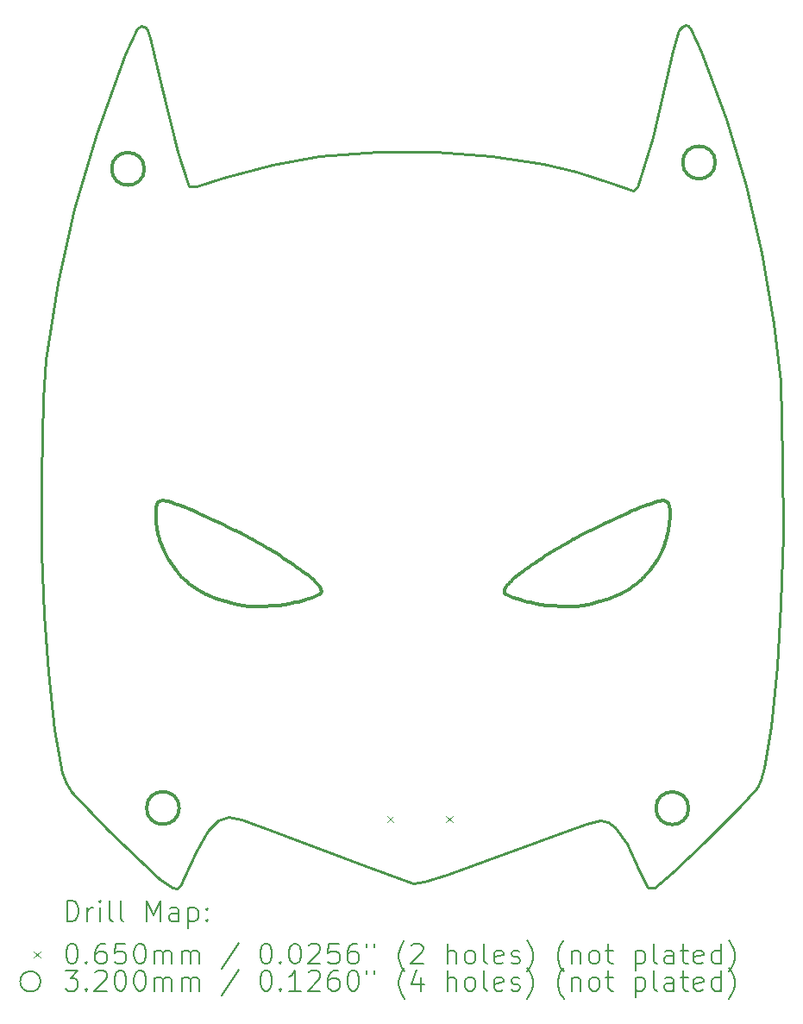
<source format=gbr>
%TF.GenerationSoftware,KiCad,Pcbnew,9.0.2*%
%TF.CreationDate,2025-08-29T22:08:27+05:30*%
%TF.ProjectId,4 SRA,34205352-412e-46b6-9963-61645f706362,rev?*%
%TF.SameCoordinates,Original*%
%TF.FileFunction,Drillmap*%
%TF.FilePolarity,Positive*%
%FSLAX45Y45*%
G04 Gerber Fmt 4.5, Leading zero omitted, Abs format (unit mm)*
G04 Created by KiCad (PCBNEW 9.0.2) date 2025-08-29 22:08:27*
%MOMM*%
%LPD*%
G01*
G04 APERTURE LIST*
%ADD10C,0.300000*%
%ADD11C,0.220000*%
%ADD12C,0.200000*%
%ADD13C,0.100000*%
%ADD14C,0.320000*%
G04 APERTURE END LIST*
D10*
X13031000Y-10604000D02*
X13014000Y-10595500D01*
X16935500Y-11384000D02*
X16911500Y-11392000D01*
X16821500Y-10681000D02*
X16838500Y-10673000D01*
X13458000Y-11462000D02*
X13495000Y-11462000D01*
D11*
X15232325Y-7002745D02*
X14662989Y-7004461D01*
D10*
X13109000Y-10640000D02*
X13088000Y-10630000D01*
X17204500Y-11239000D02*
X17184500Y-11255000D01*
X15941500Y-11355000D02*
X15926500Y-11348000D01*
D11*
X13581465Y-13645069D02*
X14569317Y-14022763D01*
D10*
X12501000Y-10449000D02*
X12497000Y-10457000D01*
X13512000Y-11462000D02*
X13545000Y-11462000D01*
X16439500Y-10886000D02*
X16453500Y-10877000D01*
D11*
X11904610Y-6819269D02*
X11686114Y-7558332D01*
D10*
X16774500Y-10705000D02*
X16788500Y-10698000D01*
X12977000Y-10579000D02*
X12959000Y-10571000D01*
X12830000Y-10514000D02*
X12806000Y-10505000D01*
X14095000Y-11342000D02*
X14103000Y-11334000D01*
X14055000Y-11226000D02*
X14042000Y-11213000D01*
X12492000Y-10673000D02*
X12494000Y-10690000D01*
X13175000Y-10673000D02*
X13160000Y-10666000D01*
X16629500Y-11461000D02*
X16617500Y-11461000D01*
X16035500Y-11390000D02*
X16020500Y-11385000D01*
X17016500Y-10588000D02*
X17036500Y-10579000D01*
X13176000Y-11415000D02*
X13198000Y-11421000D01*
X12592000Y-10429000D02*
X12576000Y-10426000D01*
X12506000Y-10442000D02*
X12501000Y-10449000D01*
X15908500Y-11296000D02*
X15911500Y-11288000D01*
X12787000Y-11220000D02*
X12809000Y-11239000D01*
D11*
X13096348Y-13566005D02*
X13197754Y-13529267D01*
D10*
X12503000Y-10741000D02*
X12506000Y-10751000D01*
X16185500Y-11430000D02*
X16160500Y-11424000D01*
X16973500Y-11370000D02*
X16960500Y-11375000D01*
X13545000Y-11462000D02*
X13572000Y-11460000D01*
X13791000Y-11437000D02*
X13828000Y-11430000D01*
X13458000Y-10818000D02*
X13447000Y-10812000D01*
X16855500Y-11410000D02*
X16837500Y-11415000D01*
D11*
X11362559Y-10183507D02*
X11363848Y-10926652D01*
D10*
X16512500Y-10842000D02*
X16541500Y-10826000D01*
D11*
X17683262Y-5757081D02*
X17648028Y-5768897D01*
D10*
X13302000Y-10736000D02*
X13286000Y-10728000D01*
D11*
X18431780Y-7992533D02*
X18276018Y-7332747D01*
X18213712Y-13433235D02*
X18386875Y-13242883D01*
D10*
X17289500Y-11160000D02*
X17277500Y-11173000D01*
D11*
X17561446Y-6011456D02*
X17360137Y-6856222D01*
D10*
X16644500Y-10772000D02*
X16662500Y-10762000D01*
X16661500Y-11456000D02*
X16629500Y-11461000D01*
D11*
X16712813Y-13593721D02*
X16843009Y-13562138D01*
D10*
X12998000Y-11353000D02*
X13023000Y-11363000D01*
X13396000Y-11461000D02*
X13430000Y-11462000D01*
X16555500Y-10818000D02*
X16566500Y-10812000D01*
X13053000Y-11375000D02*
X13078000Y-11384000D01*
X16465500Y-10869000D02*
X16480500Y-10860000D01*
X17516500Y-10714000D02*
X17514500Y-10727000D01*
X17523500Y-10657000D02*
X17521500Y-10673000D01*
X16815500Y-11421000D02*
X16789500Y-11428000D01*
X13049000Y-10612000D02*
X13031000Y-10604000D01*
D11*
X18276018Y-7332747D02*
X18078577Y-6681985D01*
D10*
X12483000Y-10576000D02*
X12490000Y-10657000D01*
D11*
X16284630Y-7115752D02*
X15779102Y-7040127D01*
D10*
X12483000Y-10563000D02*
X12483000Y-10576000D01*
X16264500Y-11444000D02*
X16222500Y-11437000D01*
X13651000Y-10932000D02*
X13633000Y-10921000D01*
X16759500Y-11436000D02*
X16724500Y-11445000D01*
X16898500Y-11396000D02*
X16883500Y-11401000D01*
X17319500Y-11126000D02*
X17305500Y-11142000D01*
X12512000Y-10774000D02*
X12516000Y-10791000D01*
X16409500Y-11458000D02*
X16383500Y-11456000D01*
X12997000Y-10588000D02*
X12977000Y-10579000D01*
D11*
X11383614Y-11548410D02*
X11424649Y-12109796D01*
D10*
X17507500Y-10442000D02*
X17512500Y-10449000D01*
X13352000Y-11456000D02*
X13384000Y-11461000D01*
X17497500Y-10791000D02*
X17493500Y-10807000D01*
X17343500Y-10454000D02*
X17384500Y-10439000D01*
D11*
X11561719Y-13094211D02*
X11601680Y-13200128D01*
D10*
X12643000Y-11060000D02*
X12603000Y-10999000D01*
X12921000Y-10555000D02*
X12898000Y-10545000D01*
X13198000Y-11421000D02*
X13224000Y-11428000D01*
D11*
X15343614Y-14096669D02*
X16498614Y-13673857D01*
D10*
X12516000Y-10791000D02*
X12520000Y-10807000D01*
X16925500Y-10630000D02*
X16945500Y-10621000D01*
D11*
X15010391Y-14177236D02*
X15119317Y-14164560D01*
D10*
X13495000Y-11462000D02*
X13512000Y-11462000D01*
X13130000Y-11401000D02*
X13144000Y-11406000D01*
X13158000Y-11410000D02*
X13176000Y-11415000D01*
X12499000Y-10727000D02*
X12503000Y-10741000D01*
D11*
X18424903Y-13161672D02*
X18456270Y-13048880D01*
D10*
X17453500Y-10915000D02*
X17410500Y-10999000D01*
X13691000Y-11450000D02*
X13749000Y-11444000D01*
X17322500Y-10462000D02*
X17343500Y-10454000D01*
X14068000Y-11239000D02*
X14055000Y-11226000D01*
X13560000Y-10877000D02*
X13548000Y-10869000D01*
X14109000Y-11311000D02*
X14107000Y-11303000D01*
X16006500Y-11380000D02*
X15992500Y-11375000D01*
X12490000Y-10657000D02*
X12492000Y-10673000D01*
X13129000Y-10650000D02*
X13109000Y-10640000D01*
X16631500Y-10779000D02*
X16644500Y-10772000D01*
D11*
X16950000Y-7305030D02*
X16613125Y-7193741D01*
D10*
X13210000Y-10690000D02*
X13192000Y-10681000D01*
X15958500Y-11226000D02*
X15971500Y-11213000D01*
D11*
X17376895Y-14223431D02*
X17549844Y-14077552D01*
D10*
X17507500Y-10751000D02*
X17501500Y-10774000D01*
D11*
X11405313Y-9039250D02*
X11374590Y-9422102D01*
D10*
X12643000Y-11060000D02*
X12686000Y-11116000D01*
X13574000Y-10886000D02*
X13560000Y-10877000D01*
X12694000Y-11126000D02*
X12708000Y-11142000D01*
X13749000Y-11444000D02*
X13791000Y-11437000D01*
X16222500Y-11437000D02*
X16185500Y-11430000D01*
X12806000Y-10505000D02*
X12774000Y-10493000D01*
X13351000Y-10762000D02*
X13336000Y-10754000D01*
D11*
X17618594Y-5809718D02*
X17561446Y-6011456D01*
X12873555Y-13872803D02*
X12994727Y-13666767D01*
X17648028Y-5768897D02*
X17618594Y-5809718D01*
D10*
X12745000Y-10482000D02*
X12724000Y-10474000D01*
D11*
X12994727Y-13666767D02*
X13096348Y-13566005D01*
D10*
X16884500Y-10650000D02*
X16904500Y-10640000D01*
X17530500Y-10576000D02*
X17523500Y-10657000D01*
D11*
X12381348Y-5779641D02*
X12341387Y-5762239D01*
D10*
X12483000Y-10519000D02*
X12483000Y-10540000D01*
X13501000Y-10842000D02*
X13472000Y-10826000D01*
X14007000Y-11380000D02*
X14021000Y-11375000D01*
X17207500Y-10505000D02*
X17239500Y-10493000D01*
X17516500Y-10457000D02*
X17521500Y-10469000D01*
X12520000Y-10807000D02*
X12543000Y-10873000D01*
X16566500Y-10812000D02*
X16578500Y-10806000D01*
X13336000Y-10754000D02*
X13323000Y-10747000D01*
X12560000Y-10915000D02*
X12603000Y-10999000D01*
X13589000Y-10895000D02*
X13574000Y-10886000D01*
X13430000Y-11462000D02*
X13458000Y-11462000D01*
X17264500Y-11186000D02*
X17249500Y-11200000D01*
X15911500Y-11288000D02*
X15917500Y-11277000D01*
X17075500Y-10562000D02*
X17092500Y-10555000D01*
X17370500Y-11060000D02*
X17327500Y-11116000D01*
X12489000Y-10480000D02*
X12487000Y-10490000D01*
X17308500Y-10467000D02*
X17322500Y-10462000D01*
D11*
X15779102Y-7040127D02*
X15232325Y-7002745D01*
X16613125Y-7193741D02*
X16284630Y-7115752D01*
D10*
X12691000Y-10462000D02*
X12670000Y-10454000D01*
X16112500Y-11101000D02*
X16127500Y-11090000D01*
D11*
X13321934Y-13557197D02*
X13581465Y-13645069D01*
D10*
X15922500Y-11270000D02*
X15931500Y-11255000D01*
X14107000Y-11303000D02*
X14105000Y-11296000D01*
X16588500Y-10801000D02*
X16602500Y-10794000D01*
X16127500Y-11090000D02*
X16152500Y-11072000D01*
X16322500Y-11450000D02*
X16264500Y-11444000D01*
X16308500Y-10966000D02*
X16336500Y-10949000D01*
X12492000Y-10469000D02*
X12489000Y-10480000D01*
X16711500Y-10736000D02*
X16727500Y-10728000D01*
X17530500Y-10540000D02*
X17530500Y-10563000D01*
X16468500Y-11462000D02*
X16441500Y-11460000D01*
X17036500Y-10579000D02*
X17054500Y-10571000D01*
D11*
X18613108Y-9255599D02*
X18551018Y-8681536D01*
D10*
X17239500Y-10493000D02*
X17268500Y-10482000D01*
X13102000Y-11392000D02*
X13115000Y-11396000D01*
X17530500Y-10519000D02*
X17530500Y-10540000D01*
D11*
X17171505Y-7378292D02*
X16950000Y-7305030D01*
D10*
X16911500Y-11392000D02*
X16898500Y-11396000D01*
X13286000Y-10728000D02*
X13272000Y-10721000D01*
X12483000Y-10540000D02*
X12483000Y-10563000D01*
X16237500Y-11012000D02*
X16278500Y-10985000D01*
X17226500Y-11220000D02*
X17204500Y-11239000D01*
D11*
X12300782Y-5792746D02*
X12185196Y-6043039D01*
D10*
X12948000Y-11329000D02*
X12970000Y-11340000D01*
X15926500Y-11348000D02*
X15918500Y-11342000D01*
D11*
X12401973Y-5807571D02*
X12381348Y-5779641D01*
D10*
X17492500Y-10430000D02*
X17502500Y-10436000D01*
X17521500Y-10469000D02*
X17524500Y-10480000D01*
X13411000Y-10794000D02*
X13394000Y-10785000D01*
X13225000Y-10698000D02*
X13210000Y-10690000D01*
X17526500Y-10490000D02*
X17528500Y-10505000D01*
X16741500Y-10721000D02*
X16755500Y-10714000D01*
X13384000Y-11461000D02*
X13396000Y-11461000D01*
X14103000Y-11334000D02*
X14107000Y-11326000D01*
D11*
X13631739Y-7123700D02*
X13143399Y-7257548D01*
D10*
X12521000Y-10430000D02*
X12511000Y-10436000D01*
D11*
X17212539Y-7344131D02*
X17171505Y-7378292D01*
D10*
X16030500Y-11162000D02*
X16068500Y-11134000D01*
X12542000Y-10424000D02*
X12532000Y-10426000D01*
X13604000Y-11458000D02*
X13630000Y-11456000D01*
X16441500Y-11460000D02*
X16409500Y-11458000D01*
X13040000Y-11370000D02*
X13053000Y-11375000D01*
X13014000Y-10595500D02*
X12997000Y-10588000D01*
X13993000Y-11385000D02*
X14007000Y-11380000D01*
X17029500Y-11347000D02*
X17015500Y-11353000D01*
X12487000Y-10490000D02*
X12485000Y-10505000D01*
X13646000Y-11454000D02*
X13691000Y-11450000D01*
X17184500Y-11255000D02*
X17162500Y-11271000D01*
D11*
X17710765Y-5763958D02*
X17683262Y-5757081D01*
D10*
X13548000Y-10869000D02*
X13533000Y-10860000D01*
X13921000Y-11116000D02*
X13901000Y-11101000D01*
D11*
X17111563Y-13795029D02*
X17229512Y-14053486D01*
D10*
X14091000Y-11270000D02*
X14082000Y-11255000D01*
D11*
X17312657Y-14218701D02*
X17376895Y-14223431D01*
X12341387Y-5762239D02*
X12300782Y-5792746D01*
D10*
X17054500Y-10571000D02*
X17075500Y-10562000D01*
X13735000Y-10985000D02*
X13705000Y-10966000D01*
X13930000Y-11404000D02*
X13957000Y-11396000D01*
X17097500Y-11311000D02*
X17085500Y-11319000D01*
X14013000Y-11186000D02*
X13983000Y-11162000D01*
X16690500Y-10747000D02*
X16711500Y-10736000D01*
X13901000Y-11101000D02*
X13886000Y-11090000D01*
X13776000Y-11012000D02*
X13735000Y-10985000D01*
D11*
X13143399Y-7257548D02*
X12883653Y-7336610D01*
X11658399Y-13286496D02*
X12016329Y-13653449D01*
D10*
X12705000Y-10467000D02*
X12691000Y-10462000D01*
X13886000Y-11090000D02*
X13861000Y-11072000D01*
X12774000Y-10493000D02*
X12745000Y-10482000D01*
X16602500Y-10794000D02*
X16619500Y-10785000D01*
D11*
X14662989Y-7004461D02*
X14089786Y-7045711D01*
D10*
X16501500Y-11462000D02*
X16468500Y-11462000D01*
D11*
X12699532Y-7002961D02*
X12543985Y-6384855D01*
D10*
X12686000Y-11116000D02*
X12694000Y-11126000D01*
X13843000Y-11059000D02*
X13812000Y-11037000D01*
X12724000Y-11160000D02*
X12736000Y-11173000D01*
X16336500Y-10949000D02*
X16362500Y-10932000D01*
X12601000Y-10431000D02*
X12592000Y-10429000D01*
D11*
X14569317Y-14022763D02*
X15010391Y-14177236D01*
D10*
X16402500Y-10908000D02*
X16424500Y-10895000D01*
X16964500Y-10612000D02*
X16982500Y-10604000D01*
X14032000Y-11204000D02*
X14013000Y-11186000D01*
D11*
X11374590Y-9422102D02*
X11362559Y-10183507D01*
X11424649Y-12109796D02*
X11490176Y-12670753D01*
D10*
X16424500Y-10895000D02*
X16439500Y-10886000D01*
D11*
X18386875Y-13242883D02*
X18424903Y-13161672D01*
D10*
X16083500Y-11404000D02*
X16056500Y-11396000D01*
X17524500Y-10480000D02*
X17526500Y-10490000D01*
X15910500Y-11334000D02*
X15906500Y-11326000D01*
X14102000Y-11288000D02*
X14096000Y-11277000D01*
D11*
X16924864Y-13576103D02*
X16994259Y-13632607D01*
D10*
X12898000Y-10545000D02*
X12860000Y-10527000D01*
X12860000Y-10527000D02*
X12830000Y-10514000D01*
D11*
X11363848Y-10926652D02*
X11383614Y-11548410D01*
X12764414Y-14109346D02*
X12873555Y-13872803D01*
D10*
X12851000Y-11271000D02*
X12873000Y-11286000D01*
X17493500Y-10807000D02*
X17470500Y-10873000D01*
X16380500Y-10921000D02*
X16402500Y-10908000D01*
D11*
X11601680Y-13200128D02*
X11658399Y-13286496D01*
D10*
X13078000Y-11384000D02*
X13102000Y-11392000D01*
X16367500Y-11454000D02*
X16322500Y-11450000D01*
X16518500Y-11462000D02*
X16501500Y-11462000D01*
X17512500Y-10449000D02*
X17516500Y-10457000D01*
X17115500Y-10545000D02*
X17153500Y-10527000D01*
D11*
X12807168Y-7338117D02*
X12699532Y-7002961D01*
D10*
X12708000Y-11142000D02*
X12724000Y-11160000D01*
X13861000Y-11072000D02*
X13843000Y-11059000D01*
X16803500Y-10690000D02*
X16821500Y-10681000D01*
D11*
X17737620Y-5797474D02*
X17710765Y-5763958D01*
D10*
X12564000Y-10423000D02*
X12553000Y-10423000D01*
D11*
X18580020Y-12058235D02*
X18619552Y-11437552D01*
D10*
X16617500Y-11461000D02*
X16583500Y-11462000D01*
X13983000Y-11162000D02*
X13945000Y-11134000D01*
X15971500Y-11213000D02*
X15981500Y-11204000D01*
X13978000Y-11390000D02*
X13993000Y-11385000D01*
X13633000Y-10921000D02*
X13611000Y-10908000D01*
X13957000Y-11396000D02*
X13978000Y-11390000D01*
X13677000Y-10949000D02*
X13651000Y-10932000D01*
X17249500Y-11200000D02*
X17226500Y-11220000D01*
X14087000Y-11348000D02*
X14095000Y-11342000D01*
D11*
X12543985Y-6384855D02*
X12426895Y-5883839D01*
D10*
X13572000Y-11460000D02*
X13604000Y-11458000D01*
X17370500Y-11060000D02*
X17410500Y-10999000D01*
X13435000Y-10806000D02*
X13425000Y-10801000D01*
X16904500Y-10640000D02*
X16925500Y-10630000D01*
X14072000Y-11355000D02*
X14087000Y-11348000D01*
X13517000Y-10851000D02*
X13501000Y-10842000D01*
X17460500Y-10423000D02*
X17471500Y-10424000D01*
X16020500Y-11385000D02*
X16006500Y-11380000D01*
X13705000Y-10966000D02*
X13677000Y-10949000D01*
X13853000Y-11424000D02*
X13881000Y-11417000D01*
X15981500Y-11204000D02*
X16000500Y-11186000D01*
X13239000Y-10705000D02*
X13225000Y-10698000D01*
X17501500Y-10774000D02*
X17497500Y-10791000D01*
X16999500Y-10595500D02*
X17016500Y-10588000D01*
X12553000Y-10423000D02*
X12542000Y-10424000D01*
X16677500Y-10754000D02*
X16690500Y-10747000D01*
D11*
X12523789Y-14137492D02*
X12646895Y-14223430D01*
D10*
X15917500Y-11277000D02*
X15922500Y-11270000D01*
X13828000Y-11430000D02*
X13853000Y-11424000D01*
X16068500Y-11134000D02*
X16092500Y-11116000D01*
D11*
X18078577Y-6681985D02*
X17833655Y-6019408D01*
D10*
X17065500Y-11329000D02*
X17043500Y-11340000D01*
X12511000Y-10436000D02*
X12506000Y-10442000D01*
X14107000Y-11326000D02*
X14109000Y-11318000D01*
D11*
X17229512Y-14053486D02*
X17312657Y-14218701D01*
X12426895Y-5883839D02*
X12401973Y-5807571D01*
D10*
X14105000Y-11296000D02*
X14102000Y-11288000D01*
X13630000Y-11456000D02*
X13646000Y-11454000D01*
X16152500Y-11072000D02*
X16170500Y-11059000D01*
X13447000Y-10812000D02*
X13435000Y-10806000D01*
X16278500Y-10985000D02*
X16308500Y-10966000D01*
D11*
X12016329Y-13653449D02*
X12523789Y-14137492D01*
D10*
X12984000Y-11347000D02*
X12998000Y-11353000D01*
X12959000Y-10571000D02*
X12938000Y-10562000D01*
X12916000Y-11311000D02*
X12928000Y-11319000D01*
X13472000Y-10826000D02*
X13458000Y-10818000D01*
X13289000Y-11445000D02*
X13305000Y-11448000D01*
X14082000Y-11255000D02*
X14068000Y-11239000D01*
X16362500Y-10932000D02*
X16380500Y-10921000D01*
X12970000Y-11340000D02*
X12984000Y-11347000D01*
X14042000Y-11213000D02*
X14032000Y-11204000D01*
X17305500Y-11142000D02*
X17289500Y-11160000D01*
X12532000Y-10426000D02*
X12521000Y-10430000D01*
X17043500Y-11340000D02*
X17029500Y-11347000D01*
D11*
X11490176Y-12670753D02*
X11561719Y-13094211D01*
D10*
X15904500Y-11318000D02*
X15904500Y-11311000D01*
D11*
X12719297Y-14208819D02*
X12764414Y-14109346D01*
X18456270Y-13048880D02*
X18519434Y-12638743D01*
D10*
X12494000Y-10690000D02*
X12497000Y-10714000D01*
X16170500Y-11059000D02*
X16201500Y-11037000D01*
X17114500Y-11301000D02*
X17097500Y-11311000D01*
X16056500Y-11396000D02*
X16035500Y-11390000D01*
X15906500Y-11326000D02*
X15904500Y-11318000D01*
X17521500Y-10673000D02*
X17519500Y-10690000D01*
X13224000Y-11428000D02*
X13254000Y-11436000D01*
X16578500Y-10806000D02*
X16588500Y-10801000D01*
X16727500Y-10728000D02*
X16741500Y-10721000D01*
D11*
X17360137Y-6856222D02*
X17212539Y-7344131D01*
D10*
X13272000Y-10721000D02*
X13258000Y-10714000D01*
X17268500Y-10482000D02*
X17289500Y-10474000D01*
D11*
X16498614Y-13673857D02*
X16712813Y-13593721D01*
D10*
X15976500Y-11369000D02*
X15958500Y-11362000D01*
D11*
X11522188Y-8288801D02*
X11405313Y-9039250D01*
D10*
X17510500Y-10741000D02*
X17507500Y-10751000D01*
D11*
X16994259Y-13632607D02*
X17111563Y-13795029D01*
D10*
X15958500Y-11362000D02*
X15941500Y-11355000D01*
X14055000Y-11362000D02*
X14072000Y-11355000D01*
D11*
X18638243Y-10764017D02*
X18636956Y-10024740D01*
X16843009Y-13562138D02*
X16924864Y-13576103D01*
D10*
X16541500Y-10826000D02*
X16555500Y-10818000D01*
X12497000Y-10714000D02*
X12499000Y-10727000D01*
X12576000Y-10426000D02*
X12564000Y-10423000D01*
X13425000Y-10801000D02*
X13411000Y-10794000D01*
X17470500Y-10873000D02*
X17453500Y-10915000D01*
X17471500Y-10424000D02*
X17481500Y-10426000D01*
D11*
X11686114Y-7558332D02*
X11522188Y-8288801D01*
D10*
X17481500Y-10426000D02*
X17492500Y-10430000D01*
X14096000Y-11277000D02*
X14091000Y-11270000D01*
X13144000Y-11406000D02*
X13158000Y-11410000D01*
X16883500Y-11401000D02*
X16869500Y-11406000D01*
X16453500Y-10877000D02*
X16465500Y-10869000D01*
X16838500Y-10673000D02*
X16853500Y-10666000D01*
X16755500Y-10714000D02*
X16774500Y-10705000D01*
X12485000Y-10505000D02*
X12483000Y-10519000D01*
X13369000Y-10772000D02*
X13351000Y-10762000D01*
X13945000Y-11134000D02*
X13921000Y-11116000D01*
X16724500Y-11445000D02*
X16708500Y-11448000D01*
X13068000Y-10621000D02*
X13049000Y-10612000D01*
X14109000Y-11318000D02*
X14109000Y-11311000D01*
X17289500Y-10474000D02*
X17308500Y-10467000D01*
X14021000Y-11375000D02*
X14037000Y-11369000D01*
D11*
X12646895Y-14223430D02*
X12689004Y-14228369D01*
X18551018Y-8681536D02*
X18431780Y-7992533D01*
D10*
X16662500Y-10762000D02*
X16677500Y-10754000D01*
X12506000Y-10751000D02*
X12512000Y-10774000D01*
X15904500Y-11311000D02*
X15906500Y-11303000D01*
D11*
X17549844Y-14077552D02*
X17881778Y-13762806D01*
D10*
X17015500Y-11353000D02*
X16990500Y-11363000D01*
X17140500Y-11286000D02*
X17114500Y-11301000D01*
X16869500Y-11406000D02*
X16855500Y-11410000D01*
X16496500Y-10851000D02*
X16512500Y-10842000D01*
X13533000Y-10860000D02*
X13517000Y-10851000D01*
X17530500Y-10563000D02*
X17530500Y-10576000D01*
X17183500Y-10514000D02*
X17207500Y-10505000D01*
X17502500Y-10436000D02*
X17507500Y-10442000D01*
X13254000Y-11436000D02*
X13289000Y-11445000D01*
X16383500Y-11456000D02*
X16367500Y-11454000D01*
X17092500Y-10555000D02*
X17115500Y-10545000D01*
X12899000Y-11301000D02*
X12916000Y-11311000D01*
D11*
X15119317Y-14164560D02*
X15343614Y-14096669D01*
D10*
X16000500Y-11186000D02*
X16030500Y-11162000D01*
X12809000Y-11239000D02*
X12829000Y-11255000D01*
X16837500Y-11415000D02*
X16815500Y-11421000D01*
X13881000Y-11417000D02*
X13908000Y-11410000D01*
D11*
X18519434Y-12638743D02*
X18580020Y-12058235D01*
X14089786Y-7045711D02*
X13631739Y-7123700D01*
D10*
X17449500Y-10423000D02*
X17460500Y-10423000D01*
X16105500Y-11410000D02*
X16083500Y-11404000D01*
X13908000Y-11410000D02*
X13930000Y-11404000D01*
X16480500Y-10860000D02*
X16496500Y-10851000D01*
X16945500Y-10621000D02*
X16964500Y-10612000D01*
X12873000Y-11286000D02*
X12899000Y-11301000D01*
X16583500Y-11462000D02*
X16555500Y-11462000D01*
X12829000Y-11255000D02*
X12851000Y-11271000D01*
D11*
X18619552Y-11437552D02*
X18638243Y-10764017D01*
D10*
X12749000Y-11186000D02*
X12764000Y-11200000D01*
X13611000Y-10908000D02*
X13589000Y-10895000D01*
D11*
X12689004Y-14228369D02*
X12719297Y-14208819D01*
D10*
X14037000Y-11369000D02*
X14055000Y-11362000D01*
X12938000Y-10562000D02*
X12921000Y-10555000D01*
X13394000Y-10785000D02*
X13382000Y-10779000D01*
X12670000Y-10454000D02*
X12629000Y-10439000D01*
X13192000Y-10681000D02*
X13175000Y-10673000D01*
X17162500Y-11271000D02*
X17140500Y-11286000D01*
X12543000Y-10873000D02*
X12560000Y-10915000D01*
X13305000Y-11448000D02*
X13328000Y-11452000D01*
X17528500Y-10505000D02*
X17530500Y-10519000D01*
X16788500Y-10698000D02*
X16803500Y-10690000D01*
X16160500Y-11424000D02*
X16132500Y-11417000D01*
X13323000Y-10747000D02*
X13302000Y-10736000D01*
D11*
X13197754Y-13529267D02*
X13321934Y-13557197D01*
D10*
X16990500Y-11363000D02*
X16973500Y-11370000D01*
X13160000Y-10666000D02*
X13144000Y-10658000D01*
X13088000Y-10630000D02*
X13068000Y-10621000D01*
X13328000Y-11452000D02*
X13352000Y-11456000D01*
X12736000Y-11173000D02*
X12749000Y-11186000D01*
X17277500Y-11173000D02*
X17264500Y-11186000D01*
X16708500Y-11448000D02*
X16685500Y-11452000D01*
X16789500Y-11428000D02*
X16759500Y-11436000D01*
X15992500Y-11375000D02*
X15976500Y-11369000D01*
X17327500Y-11116000D02*
X17319500Y-11126000D01*
D11*
X12185196Y-6043039D02*
X11904610Y-6819269D01*
D10*
X17085500Y-11319000D02*
X17065500Y-11329000D01*
X17514500Y-10727000D02*
X17510500Y-10741000D01*
X16092500Y-11116000D02*
X16112500Y-11101000D01*
X16982500Y-10604000D02*
X16999500Y-10595500D01*
X13144000Y-10658000D02*
X13129000Y-10650000D01*
X17384500Y-10439000D02*
X17412500Y-10431000D01*
X13115000Y-11396000D02*
X13130000Y-11401000D01*
X17412500Y-10431000D02*
X17421500Y-10429000D01*
X17153500Y-10527000D02*
X17183500Y-10514000D01*
X12497000Y-10457000D02*
X12492000Y-10469000D01*
X12928000Y-11319000D02*
X12948000Y-11329000D01*
X16201500Y-11037000D02*
X16237500Y-11012000D01*
X15931500Y-11255000D02*
X15945500Y-11239000D01*
X15918500Y-11342000D02*
X15910500Y-11334000D01*
X13382000Y-10779000D02*
X13369000Y-10772000D01*
X16555500Y-11462000D02*
X16518500Y-11462000D01*
X15906500Y-11303000D02*
X15908500Y-11296000D01*
X17437500Y-10426000D02*
X17449500Y-10423000D01*
X13258000Y-10714000D02*
X13239000Y-10705000D01*
D11*
X18636956Y-10024740D02*
X18613108Y-9255599D01*
D10*
X17519500Y-10690000D02*
X17516500Y-10714000D01*
X13812000Y-11037000D02*
X13776000Y-11012000D01*
X12764000Y-11200000D02*
X12787000Y-11220000D01*
X15945500Y-11239000D02*
X15958500Y-11226000D01*
X13023000Y-11363000D02*
X13040000Y-11370000D01*
X16685500Y-11452000D02*
X16661500Y-11456000D01*
X16960500Y-11375000D02*
X16935500Y-11384000D01*
X12724000Y-10474000D02*
X12705000Y-10467000D01*
X16619500Y-10785000D02*
X16631500Y-10779000D01*
D11*
X12883653Y-7336610D02*
X12807168Y-7338117D01*
X17881778Y-13762806D02*
X18213712Y-13433235D01*
D10*
X16869500Y-10658000D02*
X16884500Y-10650000D01*
X16853500Y-10666000D02*
X16869500Y-10658000D01*
D11*
X17833655Y-6019408D02*
X17737620Y-5797474D01*
D10*
X16132500Y-11417000D02*
X16105500Y-11410000D01*
X12629000Y-10439000D02*
X12601000Y-10431000D01*
X17421500Y-10429000D02*
X17437500Y-10426000D01*
D12*
D13*
X14753500Y-13518500D02*
X14818500Y-13583500D01*
X14818500Y-13518500D02*
X14753500Y-13583500D01*
X15331500Y-13518500D02*
X15396500Y-13583500D01*
X15396500Y-13518500D02*
X15331500Y-13583500D01*
D14*
X12370000Y-7167500D02*
G75*
G02*
X12050000Y-7167500I-160000J0D01*
G01*
X12050000Y-7167500D02*
G75*
G02*
X12370000Y-7167500I160000J0D01*
G01*
X12712500Y-13440000D02*
G75*
G02*
X12392500Y-13440000I-160000J0D01*
G01*
X12392500Y-13440000D02*
G75*
G02*
X12712500Y-13440000I160000J0D01*
G01*
X17712500Y-13442500D02*
G75*
G02*
X17392500Y-13442500I-160000J0D01*
G01*
X17392500Y-13442500D02*
G75*
G02*
X17712500Y-13442500I160000J0D01*
G01*
X17975000Y-7105000D02*
G75*
G02*
X17655000Y-7105000I-160000J0D01*
G01*
X17655000Y-7105000D02*
G75*
G02*
X17975000Y-7105000I160000J0D01*
G01*
D12*
X11612336Y-14550853D02*
X11612336Y-14350853D01*
X11612336Y-14350853D02*
X11659955Y-14350853D01*
X11659955Y-14350853D02*
X11688526Y-14360376D01*
X11688526Y-14360376D02*
X11707574Y-14379424D01*
X11707574Y-14379424D02*
X11717098Y-14398472D01*
X11717098Y-14398472D02*
X11726621Y-14436567D01*
X11726621Y-14436567D02*
X11726621Y-14465138D01*
X11726621Y-14465138D02*
X11717098Y-14503234D01*
X11717098Y-14503234D02*
X11707574Y-14522281D01*
X11707574Y-14522281D02*
X11688526Y-14541329D01*
X11688526Y-14541329D02*
X11659955Y-14550853D01*
X11659955Y-14550853D02*
X11612336Y-14550853D01*
X11812336Y-14550853D02*
X11812336Y-14417519D01*
X11812336Y-14455615D02*
X11821860Y-14436567D01*
X11821860Y-14436567D02*
X11831383Y-14427043D01*
X11831383Y-14427043D02*
X11850431Y-14417519D01*
X11850431Y-14417519D02*
X11869479Y-14417519D01*
X11936145Y-14550853D02*
X11936145Y-14417519D01*
X11936145Y-14350853D02*
X11926621Y-14360376D01*
X11926621Y-14360376D02*
X11936145Y-14369900D01*
X11936145Y-14369900D02*
X11945669Y-14360376D01*
X11945669Y-14360376D02*
X11936145Y-14350853D01*
X11936145Y-14350853D02*
X11936145Y-14369900D01*
X12059955Y-14550853D02*
X12040907Y-14541329D01*
X12040907Y-14541329D02*
X12031383Y-14522281D01*
X12031383Y-14522281D02*
X12031383Y-14350853D01*
X12164717Y-14550853D02*
X12145669Y-14541329D01*
X12145669Y-14541329D02*
X12136145Y-14522281D01*
X12136145Y-14522281D02*
X12136145Y-14350853D01*
X12393288Y-14550853D02*
X12393288Y-14350853D01*
X12393288Y-14350853D02*
X12459955Y-14493710D01*
X12459955Y-14493710D02*
X12526621Y-14350853D01*
X12526621Y-14350853D02*
X12526621Y-14550853D01*
X12707574Y-14550853D02*
X12707574Y-14446091D01*
X12707574Y-14446091D02*
X12698050Y-14427043D01*
X12698050Y-14427043D02*
X12679002Y-14417519D01*
X12679002Y-14417519D02*
X12640907Y-14417519D01*
X12640907Y-14417519D02*
X12621860Y-14427043D01*
X12707574Y-14541329D02*
X12688526Y-14550853D01*
X12688526Y-14550853D02*
X12640907Y-14550853D01*
X12640907Y-14550853D02*
X12621860Y-14541329D01*
X12621860Y-14541329D02*
X12612336Y-14522281D01*
X12612336Y-14522281D02*
X12612336Y-14503234D01*
X12612336Y-14503234D02*
X12621860Y-14484186D01*
X12621860Y-14484186D02*
X12640907Y-14474662D01*
X12640907Y-14474662D02*
X12688526Y-14474662D01*
X12688526Y-14474662D02*
X12707574Y-14465138D01*
X12802812Y-14417519D02*
X12802812Y-14617519D01*
X12802812Y-14427043D02*
X12821860Y-14417519D01*
X12821860Y-14417519D02*
X12859955Y-14417519D01*
X12859955Y-14417519D02*
X12879002Y-14427043D01*
X12879002Y-14427043D02*
X12888526Y-14436567D01*
X12888526Y-14436567D02*
X12898050Y-14455615D01*
X12898050Y-14455615D02*
X12898050Y-14512757D01*
X12898050Y-14512757D02*
X12888526Y-14531805D01*
X12888526Y-14531805D02*
X12879002Y-14541329D01*
X12879002Y-14541329D02*
X12859955Y-14550853D01*
X12859955Y-14550853D02*
X12821860Y-14550853D01*
X12821860Y-14550853D02*
X12802812Y-14541329D01*
X12983764Y-14531805D02*
X12993288Y-14541329D01*
X12993288Y-14541329D02*
X12983764Y-14550853D01*
X12983764Y-14550853D02*
X12974241Y-14541329D01*
X12974241Y-14541329D02*
X12983764Y-14531805D01*
X12983764Y-14531805D02*
X12983764Y-14550853D01*
X12983764Y-14427043D02*
X12993288Y-14436567D01*
X12993288Y-14436567D02*
X12983764Y-14446091D01*
X12983764Y-14446091D02*
X12974241Y-14436567D01*
X12974241Y-14436567D02*
X12983764Y-14427043D01*
X12983764Y-14427043D02*
X12983764Y-14446091D01*
D13*
X11286559Y-14846869D02*
X11351559Y-14911869D01*
X11351559Y-14846869D02*
X11286559Y-14911869D01*
D12*
X11650431Y-14770853D02*
X11669479Y-14770853D01*
X11669479Y-14770853D02*
X11688526Y-14780376D01*
X11688526Y-14780376D02*
X11698050Y-14789900D01*
X11698050Y-14789900D02*
X11707574Y-14808948D01*
X11707574Y-14808948D02*
X11717098Y-14847043D01*
X11717098Y-14847043D02*
X11717098Y-14894662D01*
X11717098Y-14894662D02*
X11707574Y-14932757D01*
X11707574Y-14932757D02*
X11698050Y-14951805D01*
X11698050Y-14951805D02*
X11688526Y-14961329D01*
X11688526Y-14961329D02*
X11669479Y-14970853D01*
X11669479Y-14970853D02*
X11650431Y-14970853D01*
X11650431Y-14970853D02*
X11631383Y-14961329D01*
X11631383Y-14961329D02*
X11621860Y-14951805D01*
X11621860Y-14951805D02*
X11612336Y-14932757D01*
X11612336Y-14932757D02*
X11602812Y-14894662D01*
X11602812Y-14894662D02*
X11602812Y-14847043D01*
X11602812Y-14847043D02*
X11612336Y-14808948D01*
X11612336Y-14808948D02*
X11621860Y-14789900D01*
X11621860Y-14789900D02*
X11631383Y-14780376D01*
X11631383Y-14780376D02*
X11650431Y-14770853D01*
X11802812Y-14951805D02*
X11812336Y-14961329D01*
X11812336Y-14961329D02*
X11802812Y-14970853D01*
X11802812Y-14970853D02*
X11793288Y-14961329D01*
X11793288Y-14961329D02*
X11802812Y-14951805D01*
X11802812Y-14951805D02*
X11802812Y-14970853D01*
X11983764Y-14770853D02*
X11945669Y-14770853D01*
X11945669Y-14770853D02*
X11926621Y-14780376D01*
X11926621Y-14780376D02*
X11917098Y-14789900D01*
X11917098Y-14789900D02*
X11898050Y-14818472D01*
X11898050Y-14818472D02*
X11888526Y-14856567D01*
X11888526Y-14856567D02*
X11888526Y-14932757D01*
X11888526Y-14932757D02*
X11898050Y-14951805D01*
X11898050Y-14951805D02*
X11907574Y-14961329D01*
X11907574Y-14961329D02*
X11926621Y-14970853D01*
X11926621Y-14970853D02*
X11964717Y-14970853D01*
X11964717Y-14970853D02*
X11983764Y-14961329D01*
X11983764Y-14961329D02*
X11993288Y-14951805D01*
X11993288Y-14951805D02*
X12002812Y-14932757D01*
X12002812Y-14932757D02*
X12002812Y-14885138D01*
X12002812Y-14885138D02*
X11993288Y-14866091D01*
X11993288Y-14866091D02*
X11983764Y-14856567D01*
X11983764Y-14856567D02*
X11964717Y-14847043D01*
X11964717Y-14847043D02*
X11926621Y-14847043D01*
X11926621Y-14847043D02*
X11907574Y-14856567D01*
X11907574Y-14856567D02*
X11898050Y-14866091D01*
X11898050Y-14866091D02*
X11888526Y-14885138D01*
X12183764Y-14770853D02*
X12088526Y-14770853D01*
X12088526Y-14770853D02*
X12079002Y-14866091D01*
X12079002Y-14866091D02*
X12088526Y-14856567D01*
X12088526Y-14856567D02*
X12107574Y-14847043D01*
X12107574Y-14847043D02*
X12155193Y-14847043D01*
X12155193Y-14847043D02*
X12174241Y-14856567D01*
X12174241Y-14856567D02*
X12183764Y-14866091D01*
X12183764Y-14866091D02*
X12193288Y-14885138D01*
X12193288Y-14885138D02*
X12193288Y-14932757D01*
X12193288Y-14932757D02*
X12183764Y-14951805D01*
X12183764Y-14951805D02*
X12174241Y-14961329D01*
X12174241Y-14961329D02*
X12155193Y-14970853D01*
X12155193Y-14970853D02*
X12107574Y-14970853D01*
X12107574Y-14970853D02*
X12088526Y-14961329D01*
X12088526Y-14961329D02*
X12079002Y-14951805D01*
X12317098Y-14770853D02*
X12336145Y-14770853D01*
X12336145Y-14770853D02*
X12355193Y-14780376D01*
X12355193Y-14780376D02*
X12364717Y-14789900D01*
X12364717Y-14789900D02*
X12374241Y-14808948D01*
X12374241Y-14808948D02*
X12383764Y-14847043D01*
X12383764Y-14847043D02*
X12383764Y-14894662D01*
X12383764Y-14894662D02*
X12374241Y-14932757D01*
X12374241Y-14932757D02*
X12364717Y-14951805D01*
X12364717Y-14951805D02*
X12355193Y-14961329D01*
X12355193Y-14961329D02*
X12336145Y-14970853D01*
X12336145Y-14970853D02*
X12317098Y-14970853D01*
X12317098Y-14970853D02*
X12298050Y-14961329D01*
X12298050Y-14961329D02*
X12288526Y-14951805D01*
X12288526Y-14951805D02*
X12279002Y-14932757D01*
X12279002Y-14932757D02*
X12269479Y-14894662D01*
X12269479Y-14894662D02*
X12269479Y-14847043D01*
X12269479Y-14847043D02*
X12279002Y-14808948D01*
X12279002Y-14808948D02*
X12288526Y-14789900D01*
X12288526Y-14789900D02*
X12298050Y-14780376D01*
X12298050Y-14780376D02*
X12317098Y-14770853D01*
X12469479Y-14970853D02*
X12469479Y-14837519D01*
X12469479Y-14856567D02*
X12479002Y-14847043D01*
X12479002Y-14847043D02*
X12498050Y-14837519D01*
X12498050Y-14837519D02*
X12526622Y-14837519D01*
X12526622Y-14837519D02*
X12545669Y-14847043D01*
X12545669Y-14847043D02*
X12555193Y-14866091D01*
X12555193Y-14866091D02*
X12555193Y-14970853D01*
X12555193Y-14866091D02*
X12564717Y-14847043D01*
X12564717Y-14847043D02*
X12583764Y-14837519D01*
X12583764Y-14837519D02*
X12612336Y-14837519D01*
X12612336Y-14837519D02*
X12631383Y-14847043D01*
X12631383Y-14847043D02*
X12640907Y-14866091D01*
X12640907Y-14866091D02*
X12640907Y-14970853D01*
X12736145Y-14970853D02*
X12736145Y-14837519D01*
X12736145Y-14856567D02*
X12745669Y-14847043D01*
X12745669Y-14847043D02*
X12764717Y-14837519D01*
X12764717Y-14837519D02*
X12793288Y-14837519D01*
X12793288Y-14837519D02*
X12812336Y-14847043D01*
X12812336Y-14847043D02*
X12821860Y-14866091D01*
X12821860Y-14866091D02*
X12821860Y-14970853D01*
X12821860Y-14866091D02*
X12831383Y-14847043D01*
X12831383Y-14847043D02*
X12850431Y-14837519D01*
X12850431Y-14837519D02*
X12879002Y-14837519D01*
X12879002Y-14837519D02*
X12898050Y-14847043D01*
X12898050Y-14847043D02*
X12907574Y-14866091D01*
X12907574Y-14866091D02*
X12907574Y-14970853D01*
X13298050Y-14761329D02*
X13126622Y-15018472D01*
X13555193Y-14770853D02*
X13574241Y-14770853D01*
X13574241Y-14770853D02*
X13593288Y-14780376D01*
X13593288Y-14780376D02*
X13602812Y-14789900D01*
X13602812Y-14789900D02*
X13612336Y-14808948D01*
X13612336Y-14808948D02*
X13621860Y-14847043D01*
X13621860Y-14847043D02*
X13621860Y-14894662D01*
X13621860Y-14894662D02*
X13612336Y-14932757D01*
X13612336Y-14932757D02*
X13602812Y-14951805D01*
X13602812Y-14951805D02*
X13593288Y-14961329D01*
X13593288Y-14961329D02*
X13574241Y-14970853D01*
X13574241Y-14970853D02*
X13555193Y-14970853D01*
X13555193Y-14970853D02*
X13536145Y-14961329D01*
X13536145Y-14961329D02*
X13526622Y-14951805D01*
X13526622Y-14951805D02*
X13517098Y-14932757D01*
X13517098Y-14932757D02*
X13507574Y-14894662D01*
X13507574Y-14894662D02*
X13507574Y-14847043D01*
X13507574Y-14847043D02*
X13517098Y-14808948D01*
X13517098Y-14808948D02*
X13526622Y-14789900D01*
X13526622Y-14789900D02*
X13536145Y-14780376D01*
X13536145Y-14780376D02*
X13555193Y-14770853D01*
X13707574Y-14951805D02*
X13717098Y-14961329D01*
X13717098Y-14961329D02*
X13707574Y-14970853D01*
X13707574Y-14970853D02*
X13698050Y-14961329D01*
X13698050Y-14961329D02*
X13707574Y-14951805D01*
X13707574Y-14951805D02*
X13707574Y-14970853D01*
X13840907Y-14770853D02*
X13859955Y-14770853D01*
X13859955Y-14770853D02*
X13879003Y-14780376D01*
X13879003Y-14780376D02*
X13888526Y-14789900D01*
X13888526Y-14789900D02*
X13898050Y-14808948D01*
X13898050Y-14808948D02*
X13907574Y-14847043D01*
X13907574Y-14847043D02*
X13907574Y-14894662D01*
X13907574Y-14894662D02*
X13898050Y-14932757D01*
X13898050Y-14932757D02*
X13888526Y-14951805D01*
X13888526Y-14951805D02*
X13879003Y-14961329D01*
X13879003Y-14961329D02*
X13859955Y-14970853D01*
X13859955Y-14970853D02*
X13840907Y-14970853D01*
X13840907Y-14970853D02*
X13821860Y-14961329D01*
X13821860Y-14961329D02*
X13812336Y-14951805D01*
X13812336Y-14951805D02*
X13802812Y-14932757D01*
X13802812Y-14932757D02*
X13793288Y-14894662D01*
X13793288Y-14894662D02*
X13793288Y-14847043D01*
X13793288Y-14847043D02*
X13802812Y-14808948D01*
X13802812Y-14808948D02*
X13812336Y-14789900D01*
X13812336Y-14789900D02*
X13821860Y-14780376D01*
X13821860Y-14780376D02*
X13840907Y-14770853D01*
X13983765Y-14789900D02*
X13993288Y-14780376D01*
X13993288Y-14780376D02*
X14012336Y-14770853D01*
X14012336Y-14770853D02*
X14059955Y-14770853D01*
X14059955Y-14770853D02*
X14079003Y-14780376D01*
X14079003Y-14780376D02*
X14088526Y-14789900D01*
X14088526Y-14789900D02*
X14098050Y-14808948D01*
X14098050Y-14808948D02*
X14098050Y-14827995D01*
X14098050Y-14827995D02*
X14088526Y-14856567D01*
X14088526Y-14856567D02*
X13974241Y-14970853D01*
X13974241Y-14970853D02*
X14098050Y-14970853D01*
X14279003Y-14770853D02*
X14183765Y-14770853D01*
X14183765Y-14770853D02*
X14174241Y-14866091D01*
X14174241Y-14866091D02*
X14183765Y-14856567D01*
X14183765Y-14856567D02*
X14202812Y-14847043D01*
X14202812Y-14847043D02*
X14250431Y-14847043D01*
X14250431Y-14847043D02*
X14269479Y-14856567D01*
X14269479Y-14856567D02*
X14279003Y-14866091D01*
X14279003Y-14866091D02*
X14288526Y-14885138D01*
X14288526Y-14885138D02*
X14288526Y-14932757D01*
X14288526Y-14932757D02*
X14279003Y-14951805D01*
X14279003Y-14951805D02*
X14269479Y-14961329D01*
X14269479Y-14961329D02*
X14250431Y-14970853D01*
X14250431Y-14970853D02*
X14202812Y-14970853D01*
X14202812Y-14970853D02*
X14183765Y-14961329D01*
X14183765Y-14961329D02*
X14174241Y-14951805D01*
X14459955Y-14770853D02*
X14421860Y-14770853D01*
X14421860Y-14770853D02*
X14402812Y-14780376D01*
X14402812Y-14780376D02*
X14393288Y-14789900D01*
X14393288Y-14789900D02*
X14374241Y-14818472D01*
X14374241Y-14818472D02*
X14364717Y-14856567D01*
X14364717Y-14856567D02*
X14364717Y-14932757D01*
X14364717Y-14932757D02*
X14374241Y-14951805D01*
X14374241Y-14951805D02*
X14383765Y-14961329D01*
X14383765Y-14961329D02*
X14402812Y-14970853D01*
X14402812Y-14970853D02*
X14440907Y-14970853D01*
X14440907Y-14970853D02*
X14459955Y-14961329D01*
X14459955Y-14961329D02*
X14469479Y-14951805D01*
X14469479Y-14951805D02*
X14479003Y-14932757D01*
X14479003Y-14932757D02*
X14479003Y-14885138D01*
X14479003Y-14885138D02*
X14469479Y-14866091D01*
X14469479Y-14866091D02*
X14459955Y-14856567D01*
X14459955Y-14856567D02*
X14440907Y-14847043D01*
X14440907Y-14847043D02*
X14402812Y-14847043D01*
X14402812Y-14847043D02*
X14383765Y-14856567D01*
X14383765Y-14856567D02*
X14374241Y-14866091D01*
X14374241Y-14866091D02*
X14364717Y-14885138D01*
X14555193Y-14770853D02*
X14555193Y-14808948D01*
X14631384Y-14770853D02*
X14631384Y-14808948D01*
X14926622Y-15047043D02*
X14917098Y-15037519D01*
X14917098Y-15037519D02*
X14898050Y-15008948D01*
X14898050Y-15008948D02*
X14888527Y-14989900D01*
X14888527Y-14989900D02*
X14879003Y-14961329D01*
X14879003Y-14961329D02*
X14869479Y-14913710D01*
X14869479Y-14913710D02*
X14869479Y-14875615D01*
X14869479Y-14875615D02*
X14879003Y-14827995D01*
X14879003Y-14827995D02*
X14888527Y-14799424D01*
X14888527Y-14799424D02*
X14898050Y-14780376D01*
X14898050Y-14780376D02*
X14917098Y-14751805D01*
X14917098Y-14751805D02*
X14926622Y-14742281D01*
X14993288Y-14789900D02*
X15002812Y-14780376D01*
X15002812Y-14780376D02*
X15021860Y-14770853D01*
X15021860Y-14770853D02*
X15069479Y-14770853D01*
X15069479Y-14770853D02*
X15088527Y-14780376D01*
X15088527Y-14780376D02*
X15098050Y-14789900D01*
X15098050Y-14789900D02*
X15107574Y-14808948D01*
X15107574Y-14808948D02*
X15107574Y-14827995D01*
X15107574Y-14827995D02*
X15098050Y-14856567D01*
X15098050Y-14856567D02*
X14983765Y-14970853D01*
X14983765Y-14970853D02*
X15107574Y-14970853D01*
X15345669Y-14970853D02*
X15345669Y-14770853D01*
X15431384Y-14970853D02*
X15431384Y-14866091D01*
X15431384Y-14866091D02*
X15421860Y-14847043D01*
X15421860Y-14847043D02*
X15402812Y-14837519D01*
X15402812Y-14837519D02*
X15374241Y-14837519D01*
X15374241Y-14837519D02*
X15355193Y-14847043D01*
X15355193Y-14847043D02*
X15345669Y-14856567D01*
X15555193Y-14970853D02*
X15536146Y-14961329D01*
X15536146Y-14961329D02*
X15526622Y-14951805D01*
X15526622Y-14951805D02*
X15517098Y-14932757D01*
X15517098Y-14932757D02*
X15517098Y-14875615D01*
X15517098Y-14875615D02*
X15526622Y-14856567D01*
X15526622Y-14856567D02*
X15536146Y-14847043D01*
X15536146Y-14847043D02*
X15555193Y-14837519D01*
X15555193Y-14837519D02*
X15583765Y-14837519D01*
X15583765Y-14837519D02*
X15602812Y-14847043D01*
X15602812Y-14847043D02*
X15612336Y-14856567D01*
X15612336Y-14856567D02*
X15621860Y-14875615D01*
X15621860Y-14875615D02*
X15621860Y-14932757D01*
X15621860Y-14932757D02*
X15612336Y-14951805D01*
X15612336Y-14951805D02*
X15602812Y-14961329D01*
X15602812Y-14961329D02*
X15583765Y-14970853D01*
X15583765Y-14970853D02*
X15555193Y-14970853D01*
X15736146Y-14970853D02*
X15717098Y-14961329D01*
X15717098Y-14961329D02*
X15707574Y-14942281D01*
X15707574Y-14942281D02*
X15707574Y-14770853D01*
X15888527Y-14961329D02*
X15869479Y-14970853D01*
X15869479Y-14970853D02*
X15831384Y-14970853D01*
X15831384Y-14970853D02*
X15812336Y-14961329D01*
X15812336Y-14961329D02*
X15802812Y-14942281D01*
X15802812Y-14942281D02*
X15802812Y-14866091D01*
X15802812Y-14866091D02*
X15812336Y-14847043D01*
X15812336Y-14847043D02*
X15831384Y-14837519D01*
X15831384Y-14837519D02*
X15869479Y-14837519D01*
X15869479Y-14837519D02*
X15888527Y-14847043D01*
X15888527Y-14847043D02*
X15898050Y-14866091D01*
X15898050Y-14866091D02*
X15898050Y-14885138D01*
X15898050Y-14885138D02*
X15802812Y-14904186D01*
X15974241Y-14961329D02*
X15993289Y-14970853D01*
X15993289Y-14970853D02*
X16031384Y-14970853D01*
X16031384Y-14970853D02*
X16050431Y-14961329D01*
X16050431Y-14961329D02*
X16059955Y-14942281D01*
X16059955Y-14942281D02*
X16059955Y-14932757D01*
X16059955Y-14932757D02*
X16050431Y-14913710D01*
X16050431Y-14913710D02*
X16031384Y-14904186D01*
X16031384Y-14904186D02*
X16002812Y-14904186D01*
X16002812Y-14904186D02*
X15983765Y-14894662D01*
X15983765Y-14894662D02*
X15974241Y-14875615D01*
X15974241Y-14875615D02*
X15974241Y-14866091D01*
X15974241Y-14866091D02*
X15983765Y-14847043D01*
X15983765Y-14847043D02*
X16002812Y-14837519D01*
X16002812Y-14837519D02*
X16031384Y-14837519D01*
X16031384Y-14837519D02*
X16050431Y-14847043D01*
X16126622Y-15047043D02*
X16136146Y-15037519D01*
X16136146Y-15037519D02*
X16155193Y-15008948D01*
X16155193Y-15008948D02*
X16164717Y-14989900D01*
X16164717Y-14989900D02*
X16174241Y-14961329D01*
X16174241Y-14961329D02*
X16183765Y-14913710D01*
X16183765Y-14913710D02*
X16183765Y-14875615D01*
X16183765Y-14875615D02*
X16174241Y-14827995D01*
X16174241Y-14827995D02*
X16164717Y-14799424D01*
X16164717Y-14799424D02*
X16155193Y-14780376D01*
X16155193Y-14780376D02*
X16136146Y-14751805D01*
X16136146Y-14751805D02*
X16126622Y-14742281D01*
X16488527Y-15047043D02*
X16479003Y-15037519D01*
X16479003Y-15037519D02*
X16459955Y-15008948D01*
X16459955Y-15008948D02*
X16450431Y-14989900D01*
X16450431Y-14989900D02*
X16440908Y-14961329D01*
X16440908Y-14961329D02*
X16431384Y-14913710D01*
X16431384Y-14913710D02*
X16431384Y-14875615D01*
X16431384Y-14875615D02*
X16440908Y-14827995D01*
X16440908Y-14827995D02*
X16450431Y-14799424D01*
X16450431Y-14799424D02*
X16459955Y-14780376D01*
X16459955Y-14780376D02*
X16479003Y-14751805D01*
X16479003Y-14751805D02*
X16488527Y-14742281D01*
X16564717Y-14837519D02*
X16564717Y-14970853D01*
X16564717Y-14856567D02*
X16574241Y-14847043D01*
X16574241Y-14847043D02*
X16593289Y-14837519D01*
X16593289Y-14837519D02*
X16621860Y-14837519D01*
X16621860Y-14837519D02*
X16640908Y-14847043D01*
X16640908Y-14847043D02*
X16650431Y-14866091D01*
X16650431Y-14866091D02*
X16650431Y-14970853D01*
X16774241Y-14970853D02*
X16755193Y-14961329D01*
X16755193Y-14961329D02*
X16745670Y-14951805D01*
X16745670Y-14951805D02*
X16736146Y-14932757D01*
X16736146Y-14932757D02*
X16736146Y-14875615D01*
X16736146Y-14875615D02*
X16745670Y-14856567D01*
X16745670Y-14856567D02*
X16755193Y-14847043D01*
X16755193Y-14847043D02*
X16774241Y-14837519D01*
X16774241Y-14837519D02*
X16802813Y-14837519D01*
X16802813Y-14837519D02*
X16821860Y-14847043D01*
X16821860Y-14847043D02*
X16831384Y-14856567D01*
X16831384Y-14856567D02*
X16840908Y-14875615D01*
X16840908Y-14875615D02*
X16840908Y-14932757D01*
X16840908Y-14932757D02*
X16831384Y-14951805D01*
X16831384Y-14951805D02*
X16821860Y-14961329D01*
X16821860Y-14961329D02*
X16802813Y-14970853D01*
X16802813Y-14970853D02*
X16774241Y-14970853D01*
X16898051Y-14837519D02*
X16974241Y-14837519D01*
X16926622Y-14770853D02*
X16926622Y-14942281D01*
X16926622Y-14942281D02*
X16936146Y-14961329D01*
X16936146Y-14961329D02*
X16955193Y-14970853D01*
X16955193Y-14970853D02*
X16974241Y-14970853D01*
X17193289Y-14837519D02*
X17193289Y-15037519D01*
X17193289Y-14847043D02*
X17212336Y-14837519D01*
X17212336Y-14837519D02*
X17250432Y-14837519D01*
X17250432Y-14837519D02*
X17269479Y-14847043D01*
X17269479Y-14847043D02*
X17279003Y-14856567D01*
X17279003Y-14856567D02*
X17288527Y-14875615D01*
X17288527Y-14875615D02*
X17288527Y-14932757D01*
X17288527Y-14932757D02*
X17279003Y-14951805D01*
X17279003Y-14951805D02*
X17269479Y-14961329D01*
X17269479Y-14961329D02*
X17250432Y-14970853D01*
X17250432Y-14970853D02*
X17212336Y-14970853D01*
X17212336Y-14970853D02*
X17193289Y-14961329D01*
X17402813Y-14970853D02*
X17383765Y-14961329D01*
X17383765Y-14961329D02*
X17374241Y-14942281D01*
X17374241Y-14942281D02*
X17374241Y-14770853D01*
X17564717Y-14970853D02*
X17564717Y-14866091D01*
X17564717Y-14866091D02*
X17555194Y-14847043D01*
X17555194Y-14847043D02*
X17536146Y-14837519D01*
X17536146Y-14837519D02*
X17498051Y-14837519D01*
X17498051Y-14837519D02*
X17479003Y-14847043D01*
X17564717Y-14961329D02*
X17545670Y-14970853D01*
X17545670Y-14970853D02*
X17498051Y-14970853D01*
X17498051Y-14970853D02*
X17479003Y-14961329D01*
X17479003Y-14961329D02*
X17469479Y-14942281D01*
X17469479Y-14942281D02*
X17469479Y-14923234D01*
X17469479Y-14923234D02*
X17479003Y-14904186D01*
X17479003Y-14904186D02*
X17498051Y-14894662D01*
X17498051Y-14894662D02*
X17545670Y-14894662D01*
X17545670Y-14894662D02*
X17564717Y-14885138D01*
X17631384Y-14837519D02*
X17707574Y-14837519D01*
X17659955Y-14770853D02*
X17659955Y-14942281D01*
X17659955Y-14942281D02*
X17669479Y-14961329D01*
X17669479Y-14961329D02*
X17688527Y-14970853D01*
X17688527Y-14970853D02*
X17707574Y-14970853D01*
X17850432Y-14961329D02*
X17831384Y-14970853D01*
X17831384Y-14970853D02*
X17793289Y-14970853D01*
X17793289Y-14970853D02*
X17774241Y-14961329D01*
X17774241Y-14961329D02*
X17764717Y-14942281D01*
X17764717Y-14942281D02*
X17764717Y-14866091D01*
X17764717Y-14866091D02*
X17774241Y-14847043D01*
X17774241Y-14847043D02*
X17793289Y-14837519D01*
X17793289Y-14837519D02*
X17831384Y-14837519D01*
X17831384Y-14837519D02*
X17850432Y-14847043D01*
X17850432Y-14847043D02*
X17859955Y-14866091D01*
X17859955Y-14866091D02*
X17859955Y-14885138D01*
X17859955Y-14885138D02*
X17764717Y-14904186D01*
X18031384Y-14970853D02*
X18031384Y-14770853D01*
X18031384Y-14961329D02*
X18012336Y-14970853D01*
X18012336Y-14970853D02*
X17974241Y-14970853D01*
X17974241Y-14970853D02*
X17955194Y-14961329D01*
X17955194Y-14961329D02*
X17945670Y-14951805D01*
X17945670Y-14951805D02*
X17936146Y-14932757D01*
X17936146Y-14932757D02*
X17936146Y-14875615D01*
X17936146Y-14875615D02*
X17945670Y-14856567D01*
X17945670Y-14856567D02*
X17955194Y-14847043D01*
X17955194Y-14847043D02*
X17974241Y-14837519D01*
X17974241Y-14837519D02*
X18012336Y-14837519D01*
X18012336Y-14837519D02*
X18031384Y-14847043D01*
X18107575Y-15047043D02*
X18117098Y-15037519D01*
X18117098Y-15037519D02*
X18136146Y-15008948D01*
X18136146Y-15008948D02*
X18145670Y-14989900D01*
X18145670Y-14989900D02*
X18155194Y-14961329D01*
X18155194Y-14961329D02*
X18164717Y-14913710D01*
X18164717Y-14913710D02*
X18164717Y-14875615D01*
X18164717Y-14875615D02*
X18155194Y-14827995D01*
X18155194Y-14827995D02*
X18145670Y-14799424D01*
X18145670Y-14799424D02*
X18136146Y-14780376D01*
X18136146Y-14780376D02*
X18117098Y-14751805D01*
X18117098Y-14751805D02*
X18107575Y-14742281D01*
X11351559Y-15143369D02*
G75*
G02*
X11151559Y-15143369I-100000J0D01*
G01*
X11151559Y-15143369D02*
G75*
G02*
X11351559Y-15143369I100000J0D01*
G01*
X11593288Y-15034853D02*
X11717098Y-15034853D01*
X11717098Y-15034853D02*
X11650431Y-15111043D01*
X11650431Y-15111043D02*
X11679002Y-15111043D01*
X11679002Y-15111043D02*
X11698050Y-15120567D01*
X11698050Y-15120567D02*
X11707574Y-15130091D01*
X11707574Y-15130091D02*
X11717098Y-15149138D01*
X11717098Y-15149138D02*
X11717098Y-15196757D01*
X11717098Y-15196757D02*
X11707574Y-15215805D01*
X11707574Y-15215805D02*
X11698050Y-15225329D01*
X11698050Y-15225329D02*
X11679002Y-15234853D01*
X11679002Y-15234853D02*
X11621860Y-15234853D01*
X11621860Y-15234853D02*
X11602812Y-15225329D01*
X11602812Y-15225329D02*
X11593288Y-15215805D01*
X11802812Y-15215805D02*
X11812336Y-15225329D01*
X11812336Y-15225329D02*
X11802812Y-15234853D01*
X11802812Y-15234853D02*
X11793288Y-15225329D01*
X11793288Y-15225329D02*
X11802812Y-15215805D01*
X11802812Y-15215805D02*
X11802812Y-15234853D01*
X11888526Y-15053900D02*
X11898050Y-15044376D01*
X11898050Y-15044376D02*
X11917098Y-15034853D01*
X11917098Y-15034853D02*
X11964717Y-15034853D01*
X11964717Y-15034853D02*
X11983764Y-15044376D01*
X11983764Y-15044376D02*
X11993288Y-15053900D01*
X11993288Y-15053900D02*
X12002812Y-15072948D01*
X12002812Y-15072948D02*
X12002812Y-15091995D01*
X12002812Y-15091995D02*
X11993288Y-15120567D01*
X11993288Y-15120567D02*
X11879002Y-15234853D01*
X11879002Y-15234853D02*
X12002812Y-15234853D01*
X12126621Y-15034853D02*
X12145669Y-15034853D01*
X12145669Y-15034853D02*
X12164717Y-15044376D01*
X12164717Y-15044376D02*
X12174241Y-15053900D01*
X12174241Y-15053900D02*
X12183764Y-15072948D01*
X12183764Y-15072948D02*
X12193288Y-15111043D01*
X12193288Y-15111043D02*
X12193288Y-15158662D01*
X12193288Y-15158662D02*
X12183764Y-15196757D01*
X12183764Y-15196757D02*
X12174241Y-15215805D01*
X12174241Y-15215805D02*
X12164717Y-15225329D01*
X12164717Y-15225329D02*
X12145669Y-15234853D01*
X12145669Y-15234853D02*
X12126621Y-15234853D01*
X12126621Y-15234853D02*
X12107574Y-15225329D01*
X12107574Y-15225329D02*
X12098050Y-15215805D01*
X12098050Y-15215805D02*
X12088526Y-15196757D01*
X12088526Y-15196757D02*
X12079002Y-15158662D01*
X12079002Y-15158662D02*
X12079002Y-15111043D01*
X12079002Y-15111043D02*
X12088526Y-15072948D01*
X12088526Y-15072948D02*
X12098050Y-15053900D01*
X12098050Y-15053900D02*
X12107574Y-15044376D01*
X12107574Y-15044376D02*
X12126621Y-15034853D01*
X12317098Y-15034853D02*
X12336145Y-15034853D01*
X12336145Y-15034853D02*
X12355193Y-15044376D01*
X12355193Y-15044376D02*
X12364717Y-15053900D01*
X12364717Y-15053900D02*
X12374241Y-15072948D01*
X12374241Y-15072948D02*
X12383764Y-15111043D01*
X12383764Y-15111043D02*
X12383764Y-15158662D01*
X12383764Y-15158662D02*
X12374241Y-15196757D01*
X12374241Y-15196757D02*
X12364717Y-15215805D01*
X12364717Y-15215805D02*
X12355193Y-15225329D01*
X12355193Y-15225329D02*
X12336145Y-15234853D01*
X12336145Y-15234853D02*
X12317098Y-15234853D01*
X12317098Y-15234853D02*
X12298050Y-15225329D01*
X12298050Y-15225329D02*
X12288526Y-15215805D01*
X12288526Y-15215805D02*
X12279002Y-15196757D01*
X12279002Y-15196757D02*
X12269479Y-15158662D01*
X12269479Y-15158662D02*
X12269479Y-15111043D01*
X12269479Y-15111043D02*
X12279002Y-15072948D01*
X12279002Y-15072948D02*
X12288526Y-15053900D01*
X12288526Y-15053900D02*
X12298050Y-15044376D01*
X12298050Y-15044376D02*
X12317098Y-15034853D01*
X12469479Y-15234853D02*
X12469479Y-15101519D01*
X12469479Y-15120567D02*
X12479002Y-15111043D01*
X12479002Y-15111043D02*
X12498050Y-15101519D01*
X12498050Y-15101519D02*
X12526622Y-15101519D01*
X12526622Y-15101519D02*
X12545669Y-15111043D01*
X12545669Y-15111043D02*
X12555193Y-15130091D01*
X12555193Y-15130091D02*
X12555193Y-15234853D01*
X12555193Y-15130091D02*
X12564717Y-15111043D01*
X12564717Y-15111043D02*
X12583764Y-15101519D01*
X12583764Y-15101519D02*
X12612336Y-15101519D01*
X12612336Y-15101519D02*
X12631383Y-15111043D01*
X12631383Y-15111043D02*
X12640907Y-15130091D01*
X12640907Y-15130091D02*
X12640907Y-15234853D01*
X12736145Y-15234853D02*
X12736145Y-15101519D01*
X12736145Y-15120567D02*
X12745669Y-15111043D01*
X12745669Y-15111043D02*
X12764717Y-15101519D01*
X12764717Y-15101519D02*
X12793288Y-15101519D01*
X12793288Y-15101519D02*
X12812336Y-15111043D01*
X12812336Y-15111043D02*
X12821860Y-15130091D01*
X12821860Y-15130091D02*
X12821860Y-15234853D01*
X12821860Y-15130091D02*
X12831383Y-15111043D01*
X12831383Y-15111043D02*
X12850431Y-15101519D01*
X12850431Y-15101519D02*
X12879002Y-15101519D01*
X12879002Y-15101519D02*
X12898050Y-15111043D01*
X12898050Y-15111043D02*
X12907574Y-15130091D01*
X12907574Y-15130091D02*
X12907574Y-15234853D01*
X13298050Y-15025329D02*
X13126622Y-15282472D01*
X13555193Y-15034853D02*
X13574241Y-15034853D01*
X13574241Y-15034853D02*
X13593288Y-15044376D01*
X13593288Y-15044376D02*
X13602812Y-15053900D01*
X13602812Y-15053900D02*
X13612336Y-15072948D01*
X13612336Y-15072948D02*
X13621860Y-15111043D01*
X13621860Y-15111043D02*
X13621860Y-15158662D01*
X13621860Y-15158662D02*
X13612336Y-15196757D01*
X13612336Y-15196757D02*
X13602812Y-15215805D01*
X13602812Y-15215805D02*
X13593288Y-15225329D01*
X13593288Y-15225329D02*
X13574241Y-15234853D01*
X13574241Y-15234853D02*
X13555193Y-15234853D01*
X13555193Y-15234853D02*
X13536145Y-15225329D01*
X13536145Y-15225329D02*
X13526622Y-15215805D01*
X13526622Y-15215805D02*
X13517098Y-15196757D01*
X13517098Y-15196757D02*
X13507574Y-15158662D01*
X13507574Y-15158662D02*
X13507574Y-15111043D01*
X13507574Y-15111043D02*
X13517098Y-15072948D01*
X13517098Y-15072948D02*
X13526622Y-15053900D01*
X13526622Y-15053900D02*
X13536145Y-15044376D01*
X13536145Y-15044376D02*
X13555193Y-15034853D01*
X13707574Y-15215805D02*
X13717098Y-15225329D01*
X13717098Y-15225329D02*
X13707574Y-15234853D01*
X13707574Y-15234853D02*
X13698050Y-15225329D01*
X13698050Y-15225329D02*
X13707574Y-15215805D01*
X13707574Y-15215805D02*
X13707574Y-15234853D01*
X13907574Y-15234853D02*
X13793288Y-15234853D01*
X13850431Y-15234853D02*
X13850431Y-15034853D01*
X13850431Y-15034853D02*
X13831384Y-15063424D01*
X13831384Y-15063424D02*
X13812336Y-15082472D01*
X13812336Y-15082472D02*
X13793288Y-15091995D01*
X13983765Y-15053900D02*
X13993288Y-15044376D01*
X13993288Y-15044376D02*
X14012336Y-15034853D01*
X14012336Y-15034853D02*
X14059955Y-15034853D01*
X14059955Y-15034853D02*
X14079003Y-15044376D01*
X14079003Y-15044376D02*
X14088526Y-15053900D01*
X14088526Y-15053900D02*
X14098050Y-15072948D01*
X14098050Y-15072948D02*
X14098050Y-15091995D01*
X14098050Y-15091995D02*
X14088526Y-15120567D01*
X14088526Y-15120567D02*
X13974241Y-15234853D01*
X13974241Y-15234853D02*
X14098050Y-15234853D01*
X14269479Y-15034853D02*
X14231384Y-15034853D01*
X14231384Y-15034853D02*
X14212336Y-15044376D01*
X14212336Y-15044376D02*
X14202812Y-15053900D01*
X14202812Y-15053900D02*
X14183765Y-15082472D01*
X14183765Y-15082472D02*
X14174241Y-15120567D01*
X14174241Y-15120567D02*
X14174241Y-15196757D01*
X14174241Y-15196757D02*
X14183765Y-15215805D01*
X14183765Y-15215805D02*
X14193288Y-15225329D01*
X14193288Y-15225329D02*
X14212336Y-15234853D01*
X14212336Y-15234853D02*
X14250431Y-15234853D01*
X14250431Y-15234853D02*
X14269479Y-15225329D01*
X14269479Y-15225329D02*
X14279003Y-15215805D01*
X14279003Y-15215805D02*
X14288526Y-15196757D01*
X14288526Y-15196757D02*
X14288526Y-15149138D01*
X14288526Y-15149138D02*
X14279003Y-15130091D01*
X14279003Y-15130091D02*
X14269479Y-15120567D01*
X14269479Y-15120567D02*
X14250431Y-15111043D01*
X14250431Y-15111043D02*
X14212336Y-15111043D01*
X14212336Y-15111043D02*
X14193288Y-15120567D01*
X14193288Y-15120567D02*
X14183765Y-15130091D01*
X14183765Y-15130091D02*
X14174241Y-15149138D01*
X14412336Y-15034853D02*
X14431384Y-15034853D01*
X14431384Y-15034853D02*
X14450431Y-15044376D01*
X14450431Y-15044376D02*
X14459955Y-15053900D01*
X14459955Y-15053900D02*
X14469479Y-15072948D01*
X14469479Y-15072948D02*
X14479003Y-15111043D01*
X14479003Y-15111043D02*
X14479003Y-15158662D01*
X14479003Y-15158662D02*
X14469479Y-15196757D01*
X14469479Y-15196757D02*
X14459955Y-15215805D01*
X14459955Y-15215805D02*
X14450431Y-15225329D01*
X14450431Y-15225329D02*
X14431384Y-15234853D01*
X14431384Y-15234853D02*
X14412336Y-15234853D01*
X14412336Y-15234853D02*
X14393288Y-15225329D01*
X14393288Y-15225329D02*
X14383765Y-15215805D01*
X14383765Y-15215805D02*
X14374241Y-15196757D01*
X14374241Y-15196757D02*
X14364717Y-15158662D01*
X14364717Y-15158662D02*
X14364717Y-15111043D01*
X14364717Y-15111043D02*
X14374241Y-15072948D01*
X14374241Y-15072948D02*
X14383765Y-15053900D01*
X14383765Y-15053900D02*
X14393288Y-15044376D01*
X14393288Y-15044376D02*
X14412336Y-15034853D01*
X14555193Y-15034853D02*
X14555193Y-15072948D01*
X14631384Y-15034853D02*
X14631384Y-15072948D01*
X14926622Y-15311043D02*
X14917098Y-15301519D01*
X14917098Y-15301519D02*
X14898050Y-15272948D01*
X14898050Y-15272948D02*
X14888527Y-15253900D01*
X14888527Y-15253900D02*
X14879003Y-15225329D01*
X14879003Y-15225329D02*
X14869479Y-15177710D01*
X14869479Y-15177710D02*
X14869479Y-15139615D01*
X14869479Y-15139615D02*
X14879003Y-15091995D01*
X14879003Y-15091995D02*
X14888527Y-15063424D01*
X14888527Y-15063424D02*
X14898050Y-15044376D01*
X14898050Y-15044376D02*
X14917098Y-15015805D01*
X14917098Y-15015805D02*
X14926622Y-15006281D01*
X15088527Y-15101519D02*
X15088527Y-15234853D01*
X15040907Y-15025329D02*
X14993288Y-15168186D01*
X14993288Y-15168186D02*
X15117098Y-15168186D01*
X15345669Y-15234853D02*
X15345669Y-15034853D01*
X15431384Y-15234853D02*
X15431384Y-15130091D01*
X15431384Y-15130091D02*
X15421860Y-15111043D01*
X15421860Y-15111043D02*
X15402812Y-15101519D01*
X15402812Y-15101519D02*
X15374241Y-15101519D01*
X15374241Y-15101519D02*
X15355193Y-15111043D01*
X15355193Y-15111043D02*
X15345669Y-15120567D01*
X15555193Y-15234853D02*
X15536146Y-15225329D01*
X15536146Y-15225329D02*
X15526622Y-15215805D01*
X15526622Y-15215805D02*
X15517098Y-15196757D01*
X15517098Y-15196757D02*
X15517098Y-15139615D01*
X15517098Y-15139615D02*
X15526622Y-15120567D01*
X15526622Y-15120567D02*
X15536146Y-15111043D01*
X15536146Y-15111043D02*
X15555193Y-15101519D01*
X15555193Y-15101519D02*
X15583765Y-15101519D01*
X15583765Y-15101519D02*
X15602812Y-15111043D01*
X15602812Y-15111043D02*
X15612336Y-15120567D01*
X15612336Y-15120567D02*
X15621860Y-15139615D01*
X15621860Y-15139615D02*
X15621860Y-15196757D01*
X15621860Y-15196757D02*
X15612336Y-15215805D01*
X15612336Y-15215805D02*
X15602812Y-15225329D01*
X15602812Y-15225329D02*
X15583765Y-15234853D01*
X15583765Y-15234853D02*
X15555193Y-15234853D01*
X15736146Y-15234853D02*
X15717098Y-15225329D01*
X15717098Y-15225329D02*
X15707574Y-15206281D01*
X15707574Y-15206281D02*
X15707574Y-15034853D01*
X15888527Y-15225329D02*
X15869479Y-15234853D01*
X15869479Y-15234853D02*
X15831384Y-15234853D01*
X15831384Y-15234853D02*
X15812336Y-15225329D01*
X15812336Y-15225329D02*
X15802812Y-15206281D01*
X15802812Y-15206281D02*
X15802812Y-15130091D01*
X15802812Y-15130091D02*
X15812336Y-15111043D01*
X15812336Y-15111043D02*
X15831384Y-15101519D01*
X15831384Y-15101519D02*
X15869479Y-15101519D01*
X15869479Y-15101519D02*
X15888527Y-15111043D01*
X15888527Y-15111043D02*
X15898050Y-15130091D01*
X15898050Y-15130091D02*
X15898050Y-15149138D01*
X15898050Y-15149138D02*
X15802812Y-15168186D01*
X15974241Y-15225329D02*
X15993289Y-15234853D01*
X15993289Y-15234853D02*
X16031384Y-15234853D01*
X16031384Y-15234853D02*
X16050431Y-15225329D01*
X16050431Y-15225329D02*
X16059955Y-15206281D01*
X16059955Y-15206281D02*
X16059955Y-15196757D01*
X16059955Y-15196757D02*
X16050431Y-15177710D01*
X16050431Y-15177710D02*
X16031384Y-15168186D01*
X16031384Y-15168186D02*
X16002812Y-15168186D01*
X16002812Y-15168186D02*
X15983765Y-15158662D01*
X15983765Y-15158662D02*
X15974241Y-15139615D01*
X15974241Y-15139615D02*
X15974241Y-15130091D01*
X15974241Y-15130091D02*
X15983765Y-15111043D01*
X15983765Y-15111043D02*
X16002812Y-15101519D01*
X16002812Y-15101519D02*
X16031384Y-15101519D01*
X16031384Y-15101519D02*
X16050431Y-15111043D01*
X16126622Y-15311043D02*
X16136146Y-15301519D01*
X16136146Y-15301519D02*
X16155193Y-15272948D01*
X16155193Y-15272948D02*
X16164717Y-15253900D01*
X16164717Y-15253900D02*
X16174241Y-15225329D01*
X16174241Y-15225329D02*
X16183765Y-15177710D01*
X16183765Y-15177710D02*
X16183765Y-15139615D01*
X16183765Y-15139615D02*
X16174241Y-15091995D01*
X16174241Y-15091995D02*
X16164717Y-15063424D01*
X16164717Y-15063424D02*
X16155193Y-15044376D01*
X16155193Y-15044376D02*
X16136146Y-15015805D01*
X16136146Y-15015805D02*
X16126622Y-15006281D01*
X16488527Y-15311043D02*
X16479003Y-15301519D01*
X16479003Y-15301519D02*
X16459955Y-15272948D01*
X16459955Y-15272948D02*
X16450431Y-15253900D01*
X16450431Y-15253900D02*
X16440908Y-15225329D01*
X16440908Y-15225329D02*
X16431384Y-15177710D01*
X16431384Y-15177710D02*
X16431384Y-15139615D01*
X16431384Y-15139615D02*
X16440908Y-15091995D01*
X16440908Y-15091995D02*
X16450431Y-15063424D01*
X16450431Y-15063424D02*
X16459955Y-15044376D01*
X16459955Y-15044376D02*
X16479003Y-15015805D01*
X16479003Y-15015805D02*
X16488527Y-15006281D01*
X16564717Y-15101519D02*
X16564717Y-15234853D01*
X16564717Y-15120567D02*
X16574241Y-15111043D01*
X16574241Y-15111043D02*
X16593289Y-15101519D01*
X16593289Y-15101519D02*
X16621860Y-15101519D01*
X16621860Y-15101519D02*
X16640908Y-15111043D01*
X16640908Y-15111043D02*
X16650431Y-15130091D01*
X16650431Y-15130091D02*
X16650431Y-15234853D01*
X16774241Y-15234853D02*
X16755193Y-15225329D01*
X16755193Y-15225329D02*
X16745670Y-15215805D01*
X16745670Y-15215805D02*
X16736146Y-15196757D01*
X16736146Y-15196757D02*
X16736146Y-15139615D01*
X16736146Y-15139615D02*
X16745670Y-15120567D01*
X16745670Y-15120567D02*
X16755193Y-15111043D01*
X16755193Y-15111043D02*
X16774241Y-15101519D01*
X16774241Y-15101519D02*
X16802813Y-15101519D01*
X16802813Y-15101519D02*
X16821860Y-15111043D01*
X16821860Y-15111043D02*
X16831384Y-15120567D01*
X16831384Y-15120567D02*
X16840908Y-15139615D01*
X16840908Y-15139615D02*
X16840908Y-15196757D01*
X16840908Y-15196757D02*
X16831384Y-15215805D01*
X16831384Y-15215805D02*
X16821860Y-15225329D01*
X16821860Y-15225329D02*
X16802813Y-15234853D01*
X16802813Y-15234853D02*
X16774241Y-15234853D01*
X16898051Y-15101519D02*
X16974241Y-15101519D01*
X16926622Y-15034853D02*
X16926622Y-15206281D01*
X16926622Y-15206281D02*
X16936146Y-15225329D01*
X16936146Y-15225329D02*
X16955193Y-15234853D01*
X16955193Y-15234853D02*
X16974241Y-15234853D01*
X17193289Y-15101519D02*
X17193289Y-15301519D01*
X17193289Y-15111043D02*
X17212336Y-15101519D01*
X17212336Y-15101519D02*
X17250432Y-15101519D01*
X17250432Y-15101519D02*
X17269479Y-15111043D01*
X17269479Y-15111043D02*
X17279003Y-15120567D01*
X17279003Y-15120567D02*
X17288527Y-15139615D01*
X17288527Y-15139615D02*
X17288527Y-15196757D01*
X17288527Y-15196757D02*
X17279003Y-15215805D01*
X17279003Y-15215805D02*
X17269479Y-15225329D01*
X17269479Y-15225329D02*
X17250432Y-15234853D01*
X17250432Y-15234853D02*
X17212336Y-15234853D01*
X17212336Y-15234853D02*
X17193289Y-15225329D01*
X17402813Y-15234853D02*
X17383765Y-15225329D01*
X17383765Y-15225329D02*
X17374241Y-15206281D01*
X17374241Y-15206281D02*
X17374241Y-15034853D01*
X17564717Y-15234853D02*
X17564717Y-15130091D01*
X17564717Y-15130091D02*
X17555194Y-15111043D01*
X17555194Y-15111043D02*
X17536146Y-15101519D01*
X17536146Y-15101519D02*
X17498051Y-15101519D01*
X17498051Y-15101519D02*
X17479003Y-15111043D01*
X17564717Y-15225329D02*
X17545670Y-15234853D01*
X17545670Y-15234853D02*
X17498051Y-15234853D01*
X17498051Y-15234853D02*
X17479003Y-15225329D01*
X17479003Y-15225329D02*
X17469479Y-15206281D01*
X17469479Y-15206281D02*
X17469479Y-15187234D01*
X17469479Y-15187234D02*
X17479003Y-15168186D01*
X17479003Y-15168186D02*
X17498051Y-15158662D01*
X17498051Y-15158662D02*
X17545670Y-15158662D01*
X17545670Y-15158662D02*
X17564717Y-15149138D01*
X17631384Y-15101519D02*
X17707574Y-15101519D01*
X17659955Y-15034853D02*
X17659955Y-15206281D01*
X17659955Y-15206281D02*
X17669479Y-15225329D01*
X17669479Y-15225329D02*
X17688527Y-15234853D01*
X17688527Y-15234853D02*
X17707574Y-15234853D01*
X17850432Y-15225329D02*
X17831384Y-15234853D01*
X17831384Y-15234853D02*
X17793289Y-15234853D01*
X17793289Y-15234853D02*
X17774241Y-15225329D01*
X17774241Y-15225329D02*
X17764717Y-15206281D01*
X17764717Y-15206281D02*
X17764717Y-15130091D01*
X17764717Y-15130091D02*
X17774241Y-15111043D01*
X17774241Y-15111043D02*
X17793289Y-15101519D01*
X17793289Y-15101519D02*
X17831384Y-15101519D01*
X17831384Y-15101519D02*
X17850432Y-15111043D01*
X17850432Y-15111043D02*
X17859955Y-15130091D01*
X17859955Y-15130091D02*
X17859955Y-15149138D01*
X17859955Y-15149138D02*
X17764717Y-15168186D01*
X18031384Y-15234853D02*
X18031384Y-15034853D01*
X18031384Y-15225329D02*
X18012336Y-15234853D01*
X18012336Y-15234853D02*
X17974241Y-15234853D01*
X17974241Y-15234853D02*
X17955194Y-15225329D01*
X17955194Y-15225329D02*
X17945670Y-15215805D01*
X17945670Y-15215805D02*
X17936146Y-15196757D01*
X17936146Y-15196757D02*
X17936146Y-15139615D01*
X17936146Y-15139615D02*
X17945670Y-15120567D01*
X17945670Y-15120567D02*
X17955194Y-15111043D01*
X17955194Y-15111043D02*
X17974241Y-15101519D01*
X17974241Y-15101519D02*
X18012336Y-15101519D01*
X18012336Y-15101519D02*
X18031384Y-15111043D01*
X18107575Y-15311043D02*
X18117098Y-15301519D01*
X18117098Y-15301519D02*
X18136146Y-15272948D01*
X18136146Y-15272948D02*
X18145670Y-15253900D01*
X18145670Y-15253900D02*
X18155194Y-15225329D01*
X18155194Y-15225329D02*
X18164717Y-15177710D01*
X18164717Y-15177710D02*
X18164717Y-15139615D01*
X18164717Y-15139615D02*
X18155194Y-15091995D01*
X18155194Y-15091995D02*
X18145670Y-15063424D01*
X18145670Y-15063424D02*
X18136146Y-15044376D01*
X18136146Y-15044376D02*
X18117098Y-15015805D01*
X18117098Y-15015805D02*
X18107575Y-15006281D01*
M02*

</source>
